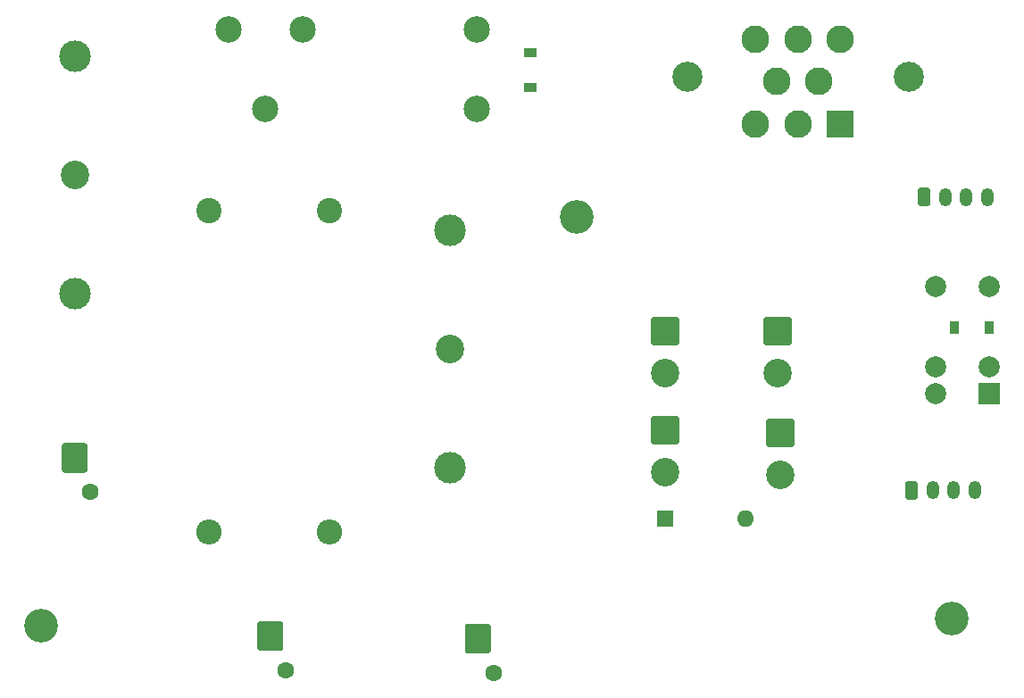
<source format=gbr>
%TF.GenerationSoftware,KiCad,Pcbnew,5.1.7-a382d34a8~88~ubuntu18.04.1*%
%TF.CreationDate,2021-03-18T09:08:07-04:00*%
%TF.ProjectId,Pacman2020,5061636d-616e-4323-9032-302e6b696361,rev?*%
%TF.SameCoordinates,Original*%
%TF.FileFunction,Soldermask,Bot*%
%TF.FilePolarity,Negative*%
%FSLAX46Y46*%
G04 Gerber Fmt 4.6, Leading zero omitted, Abs format (unit mm)*
G04 Created by KiCad (PCBNEW 5.1.7-a382d34a8~88~ubuntu18.04.1) date 2021-03-18 09:08:07*
%MOMM*%
%LPD*%
G01*
G04 APERTURE LIST*
%ADD10C,2.500000*%
%ADD11O,1.200000X1.750000*%
%ADD12O,2.400000X2.400000*%
%ADD13C,2.400000*%
%ADD14R,2.625000X2.625000*%
%ADD15C,2.625000*%
%ADD16C,2.850000*%
%ADD17C,2.000000*%
%ADD18R,2.000000X2.000000*%
%ADD19C,2.700000*%
%ADD20C,1.600000*%
%ADD21C,3.200000*%
%ADD22C,3.000000*%
%ADD23O,1.600000X1.600000*%
%ADD24R,1.600000X1.600000*%
%ADD25R,0.900000X1.200000*%
%ADD26R,1.200000X0.900000*%
G04 APERTURE END LIST*
D10*
%TO.C,K1*%
X78750000Y-81280000D03*
X75250000Y-88780000D03*
X71750000Y-81280000D03*
X95250000Y-88780000D03*
X95250000Y-81280000D03*
%TD*%
D11*
%TO.C,J5*%
X143700000Y-97155000D03*
X141700000Y-97155000D03*
X139700000Y-97155000D03*
G36*
G01*
X137100000Y-97780001D02*
X137100000Y-96529999D01*
G75*
G02*
X137349999Y-96280000I249999J0D01*
G01*
X138050001Y-96280000D01*
G75*
G02*
X138300000Y-96529999I0J-249999D01*
G01*
X138300000Y-97780001D01*
G75*
G02*
X138050001Y-98030000I-249999J0D01*
G01*
X137349999Y-98030000D01*
G75*
G02*
X137100000Y-97780001I0J249999D01*
G01*
G37*
%TD*%
D12*
%TO.C,R9*%
X81280000Y-128905000D03*
D13*
X81280000Y-98425000D03*
%TD*%
D12*
%TO.C,R1*%
X69850000Y-128905000D03*
D13*
X69850000Y-98425000D03*
%TD*%
D14*
%TO.C,J13*%
X129730000Y-90225000D03*
D15*
X125730000Y-90225000D03*
X121730000Y-90225000D03*
X127730000Y-86225000D03*
X123730000Y-86225000D03*
X129730000Y-82225000D03*
X125730000Y-82225000D03*
X121730000Y-82225000D03*
D16*
X136230000Y-85725000D03*
X115230000Y-85725000D03*
%TD*%
D17*
%TO.C,K2*%
X143851000Y-105641000D03*
X138771000Y-105641000D03*
X143851000Y-113261000D03*
D18*
X143851000Y-115801000D03*
D17*
X138771000Y-113261000D03*
X138771000Y-115801000D03*
%TD*%
D19*
%TO.C,J12*%
X123809000Y-113863000D03*
G36*
G01*
X122709001Y-108553000D02*
X124908999Y-108553000D01*
G75*
G02*
X125159000Y-108803001I0J-250001D01*
G01*
X125159000Y-111002999D01*
G75*
G02*
X124908999Y-111253000I-250001J0D01*
G01*
X122709001Y-111253000D01*
G75*
G02*
X122459000Y-111002999I0J250001D01*
G01*
X122459000Y-108803001D01*
G75*
G02*
X122709001Y-108553000I250001J0D01*
G01*
G37*
%TD*%
%TO.C,J11*%
X113141000Y-123261000D03*
G36*
G01*
X112041001Y-117951000D02*
X114240999Y-117951000D01*
G75*
G02*
X114491000Y-118201001I0J-250001D01*
G01*
X114491000Y-120400999D01*
G75*
G02*
X114240999Y-120651000I-250001J0D01*
G01*
X112041001Y-120651000D01*
G75*
G02*
X111791000Y-120400999I0J250001D01*
G01*
X111791000Y-118201001D01*
G75*
G02*
X112041001Y-117951000I250001J0D01*
G01*
G37*
%TD*%
%TO.C,J10*%
X124063000Y-123515000D03*
G36*
G01*
X122963001Y-118205000D02*
X125162999Y-118205000D01*
G75*
G02*
X125413000Y-118455001I0J-250001D01*
G01*
X125413000Y-120654999D01*
G75*
G02*
X125162999Y-120905000I-250001J0D01*
G01*
X122963001Y-120905000D01*
G75*
G02*
X122713000Y-120654999I0J250001D01*
G01*
X122713000Y-118455001D01*
G75*
G02*
X122963001Y-118205000I250001J0D01*
G01*
G37*
%TD*%
%TO.C,J9*%
X113141000Y-113863000D03*
G36*
G01*
X112041001Y-108553000D02*
X114240999Y-108553000D01*
G75*
G02*
X114491000Y-108803001I0J-250001D01*
G01*
X114491000Y-111002999D01*
G75*
G02*
X114240999Y-111253000I-250001J0D01*
G01*
X112041001Y-111253000D01*
G75*
G02*
X111791000Y-111002999I0J250001D01*
G01*
X111791000Y-108803001D01*
G75*
G02*
X112041001Y-108553000I250001J0D01*
G01*
G37*
%TD*%
D11*
%TO.C,J4*%
X142500000Y-125000000D03*
X140500000Y-125000000D03*
X138500000Y-125000000D03*
G36*
G01*
X135900000Y-125625001D02*
X135900000Y-124374999D01*
G75*
G02*
X136149999Y-124125000I249999J0D01*
G01*
X136850001Y-124125000D01*
G75*
G02*
X137100000Y-124374999I0J-249999D01*
G01*
X137100000Y-125625001D01*
G75*
G02*
X136850001Y-125875000I-249999J0D01*
G01*
X136149999Y-125875000D01*
G75*
G02*
X135900000Y-125625001I0J249999D01*
G01*
G37*
%TD*%
D20*
%TO.C,J3*%
X77192000Y-142061000D03*
G36*
G01*
X74462000Y-139961001D02*
X74462000Y-137660999D01*
G75*
G02*
X74711999Y-137411000I249999J0D01*
G01*
X76672001Y-137411000D01*
G75*
G02*
X76922000Y-137660999I0J-249999D01*
G01*
X76922000Y-139961001D01*
G75*
G02*
X76672001Y-140211000I-249999J0D01*
G01*
X74711999Y-140211000D01*
G75*
G02*
X74462000Y-139961001I0J249999D01*
G01*
G37*
%TD*%
%TO.C,J2*%
X58650000Y-125170000D03*
G36*
G01*
X55920000Y-123070001D02*
X55920000Y-120769999D01*
G75*
G02*
X56169999Y-120520000I249999J0D01*
G01*
X58130001Y-120520000D01*
G75*
G02*
X58380000Y-120769999I0J-249999D01*
G01*
X58380000Y-123070001D01*
G75*
G02*
X58130001Y-123320000I-249999J0D01*
G01*
X56169999Y-123320000D01*
G75*
G02*
X55920000Y-123070001I0J249999D01*
G01*
G37*
%TD*%
%TO.C,J1*%
X96877000Y-142315000D03*
G36*
G01*
X94147000Y-140215001D02*
X94147000Y-137914999D01*
G75*
G02*
X94396999Y-137665000I249999J0D01*
G01*
X96357001Y-137665000D01*
G75*
G02*
X96607000Y-137914999I0J-249999D01*
G01*
X96607000Y-140215001D01*
G75*
G02*
X96357001Y-140465000I-249999J0D01*
G01*
X94396999Y-140465000D01*
G75*
G02*
X94147000Y-140215001I0J249999D01*
G01*
G37*
%TD*%
D21*
%TO.C,H4*%
X53975000Y-137795000D03*
%TD*%
%TO.C,H3*%
X140335000Y-137160000D03*
%TD*%
%TO.C,H2*%
X104775000Y-99060000D03*
%TD*%
D22*
%TO.C,F2*%
X57150000Y-83820000D03*
X57150000Y-106320000D03*
D19*
X57150000Y-95070000D03*
%TD*%
D22*
%TO.C,F1*%
X92710000Y-100330000D03*
X92710000Y-122830000D03*
D19*
X92710000Y-111580000D03*
%TD*%
D23*
%TO.C,D6*%
X120761000Y-127683000D03*
D24*
X113141000Y-127683000D03*
%TD*%
D25*
%TO.C,D2*%
X140549000Y-109578000D03*
X143849000Y-109578000D03*
%TD*%
D26*
%TO.C,D1*%
X100330000Y-83440000D03*
X100330000Y-86740000D03*
%TD*%
M02*

</source>
